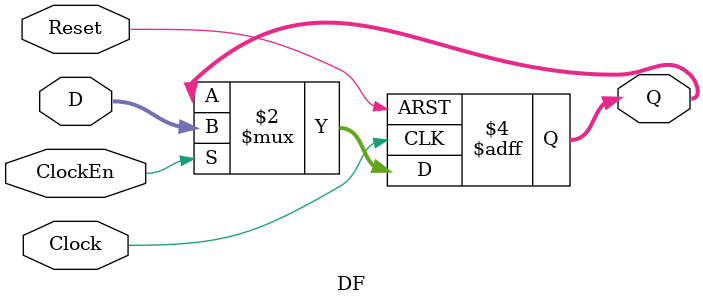
<source format=v>
/* Portlist
PipeReg #(.b_width(),.depth()) preg
	(.Clock(Clock),.Reset(Reset),.ClockEn(),.In(),.Out());
*/

module PipeReg
#(
	////////////////////////////////////////////////////
	// Parameters
	parameter b_width = 4,
	parameter depth = 4
)
(
	////////////////////////////////////////////////////
	// Ports
	input Clock,Reset,ClockEn,
	input [b_width-1:0] In,
	output [b_width-1:0] Out
);
	////////////////////////////////////////////////////
	// Net
	wire [b_width-1:0] wQ [0:depth];
	assign wQ[0]	= In;
	assign Out		= wQ[depth];
	
	////////////////////////////////////////////////////
	// Instantiation(s)

	generate 
		genvar i;
		for (i=0;i<depth;i=i+1) begin :df
			DF #(.b_width(b_width)) 
			dflip(.Clock(Clock),.ClockEn(ClockEn),.Reset(Reset),.D(wQ[i]),.Q(wQ[i+1]));
		end
	endgenerate
endmodule 

// D-FlipFlop
`ifndef DF
`define DF
module DF #(
	parameter b_width = 4
)
(
	input Clock,ClockEn,Reset,
	input [b_width-1:0] D,
	output reg [b_width-1:0] Q
);
	always@(posedge Reset or posedge Clock) begin
		if(Reset)
			Q	<= 1'b0;
		else if(ClockEn)
			Q	<= D;
	end	
endmodule 
`endif
</source>
